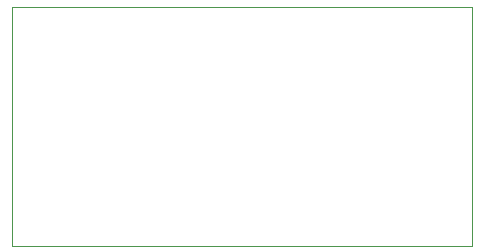
<source format=gbr>
%TF.GenerationSoftware,KiCad,Pcbnew,8.0.3*%
%TF.CreationDate,2024-07-01T17:14:51-05:00*%
%TF.ProjectId,Cartpole_HBridge,43617274-706f-46c6-955f-484272696467,rev?*%
%TF.SameCoordinates,Original*%
%TF.FileFunction,Profile,NP*%
%FSLAX46Y46*%
G04 Gerber Fmt 4.6, Leading zero omitted, Abs format (unit mm)*
G04 Created by KiCad (PCBNEW 8.0.3) date 2024-07-01 17:14:51*
%MOMM*%
%LPD*%
G01*
G04 APERTURE LIST*
%TA.AperFunction,Profile*%
%ADD10C,0.050000*%
%TD*%
G04 APERTURE END LIST*
D10*
X43000000Y-56500000D02*
X82000000Y-56500000D01*
X82000000Y-76750000D01*
X43000000Y-76750000D01*
X43000000Y-56500000D01*
M02*

</source>
